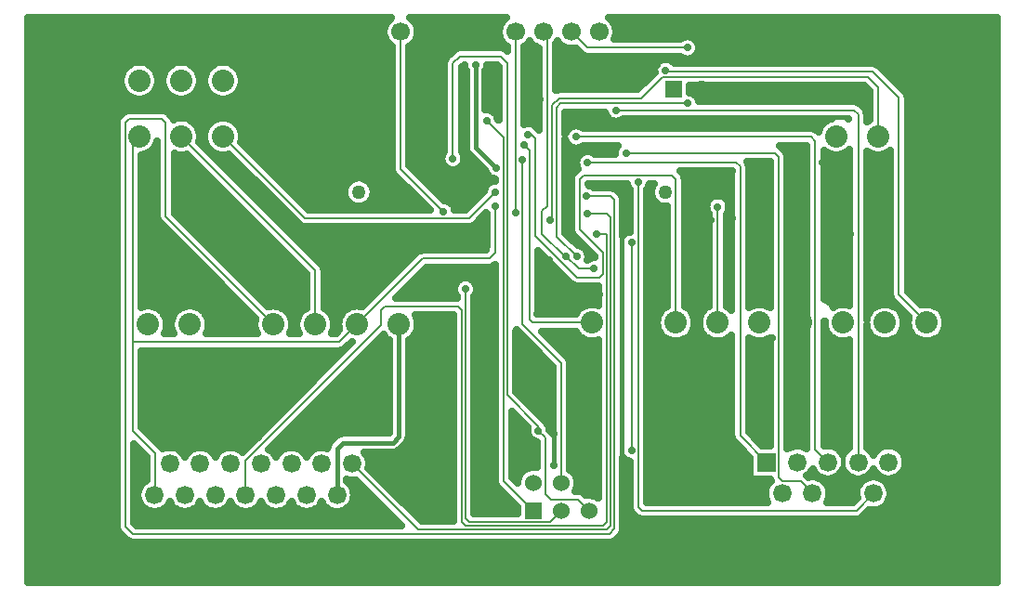
<source format=gbr>
G04 DipTrace 3.1.0.0*
G04 Bottom.gbr*
%MOIN*%
G04 #@! TF.FileFunction,Copper,L2,Bot*
G04 #@! TF.Part,Single*
G04 #@! TA.AperFunction,Conductor*
%ADD13C,0.007874*%
%ADD14C,0.015748*%
G04 #@! TA.AperFunction,CopperBalancing*
%ADD15C,0.025*%
G04 #@! TA.AperFunction,ComponentPad*
%ADD16R,0.062992X0.062992*%
%ADD17C,0.062992*%
%ADD19C,0.05*%
%ADD20R,0.05X0.05*%
%ADD21R,0.066929X0.066929*%
%ADD22C,0.066929*%
%ADD23R,0.066535X0.066535*%
%ADD24C,0.066535*%
%ADD25C,0.188976*%
%ADD26C,0.08*%
%ADD27C,0.187402*%
%ADD28C,0.06*%
%ADD29R,0.06X0.06*%
G04 #@! TA.AperFunction,ViaPad*
%ADD36C,0.027559*%
%FSLAX26Y26*%
G04*
G70*
G90*
G75*
G01*
G04 Bottom*
%LPD*%
X2426724Y1741043D2*
D13*
X2495331D1*
X2509110Y1727264D1*
Y621276D1*
X2495331Y607496D1*
X1817949D1*
X1581951Y843493D1*
X2785469Y2136713D2*
X2329724D1*
X2315945Y2122933D1*
Y1659291D1*
X2387660Y1587576D1*
X2785469Y2336614D2*
X2425787D1*
X2368701Y2393701D1*
X2306402Y837497D2*
D14*
Y950009D1*
X2575180Y1825101D2*
Y1681336D1*
X2550177Y1656333D1*
Y799993D1*
X2562678Y787492D1*
X3056480Y2062626D2*
X3225248D1*
X3250251Y2087629D1*
X3356512D1*
X3362762Y2081378D1*
X3342728Y737209D2*
Y879970D1*
X3344010Y881252D1*
X2584307Y1636811D2*
D13*
Y891906D1*
X2064175Y2075689D2*
X2125547Y2014316D1*
Y781789D1*
X2232436Y674900D1*
X2192323Y1933961D2*
Y1344969D1*
X2332436Y1204856D1*
Y774900D1*
X3468701Y2018689D2*
Y2194213D1*
X3431520Y2231394D1*
X2693942D1*
X2618934Y2156386D1*
X2325154D1*
X2300151Y2131383D1*
Y1719394D1*
X2292323D1*
X2094396Y1768606D2*
Y1600194D1*
X2074366Y1580164D1*
X1836412D1*
X1599949Y1343701D1*
X1536327Y1280079D1*
X793743D1*
Y2043659D1*
X818701Y2018701D1*
X793743Y1280079D2*
Y962510D1*
X875001Y881252D1*
Y731682D1*
X873093D1*
X2094396Y1817819D2*
X2001873Y1725295D1*
X1412106D1*
X1118701Y2018701D1*
X1449949Y1343701D2*
Y1537453D1*
X968701Y2018701D1*
X1200259Y731682D2*
Y856472D1*
X1686323Y1342537D1*
Y1393543D1*
X1700102Y1407323D1*
X1960787D1*
X1974567Y1393543D1*
Y635055D1*
X1988346Y621276D1*
X2481551D1*
X2495331Y635055D1*
Y1666760D1*
X2458224D1*
X2200140Y1987618D2*
X2218892Y1968866D1*
Y1360930D1*
X2229826Y1349997D1*
X2443412D1*
X2893412D2*
X2893457Y1766299D1*
X2212642Y2025122D2*
X2225143D1*
X2237644Y2012621D1*
Y1662584D1*
X2387660Y1512568D1*
X2467840D1*
X2481551Y1526280D1*
Y1601945D1*
X2399169Y1684327D1*
Y1865819D1*
X2412949Y1879598D1*
X2729673D1*
X2743412Y1865860D1*
Y1349997D1*
X2706444Y2256396D2*
Y2250146D1*
X3450272D1*
X3543299Y2157118D1*
Y1450110D1*
X3643412Y1349997D1*
X1943283Y1937894D2*
Y2282323D1*
X1967362Y2306402D1*
X2115248D1*
X2139327Y2282323D1*
Y1090197D1*
X2250146Y979378D1*
Y962510D1*
X2275148Y937508D1*
Y736206D1*
X2296610Y714744D1*
X2392592D1*
X2432436Y674900D1*
X2332436D2*
X2292591Y635055D1*
X2002129D1*
X1988350Y648833D1*
Y1470857D1*
X2168701Y1744984D2*
Y2393701D1*
X2450167Y1543822D2*
X2393911D1*
X2350156Y1587576D1*
X2343906D1*
X2262647Y1668835D1*
Y1750093D1*
X2281399Y1768845D1*
Y2393701D1*
X2268701D1*
X2426724Y1924114D2*
X2960059D1*
X2973840Y1910333D1*
Y945271D1*
X3070091Y849020D1*
X2385390Y2016634D2*
X3229520D1*
X3243299Y2002854D1*
Y893922D1*
X3288201Y849020D1*
X2527654Y2113091D2*
X3383476D1*
X3397256Y2099311D1*
Y849020D1*
X2607929Y1853402D2*
Y689571D1*
X2621709Y675791D1*
X3390366D1*
X3451783Y737209D1*
X2564626Y1959543D2*
X3099421D1*
X3113201Y1945764D1*
Y794102D1*
X3126980Y780323D1*
X3190559D1*
X3233673Y737209D1*
X2422791Y1804035D2*
X2509110D1*
X2522890Y1790256D1*
Y610189D1*
X2505432Y592731D1*
X794734D1*
X768858Y618606D1*
Y2068543D1*
X782638Y2082323D1*
X899791D1*
X913571Y2068543D1*
Y1730078D1*
X1299949Y1343701D1*
X1910243Y1748917D2*
X1756333Y1902827D1*
Y2393911D1*
X1749949Y1343701D2*
D14*
Y941386D1*
X1728291Y919728D1*
X1549077D1*
X1527424Y898075D1*
Y731682D1*
X2097988Y1906398D2*
X2025122Y1979264D1*
Y2275148D1*
D36*
X424954Y2437665D3*
X981262Y1906360D3*
X424954Y424954D3*
X3881567Y2431415D3*
X3887818Y424954D3*
X1243790Y937508D3*
X2212642Y849999D3*
X856249Y1906360D3*
X862500Y1418808D3*
X1050020Y1512568D3*
X1200035Y1337550D3*
X1362552Y1412558D3*
X831247Y1237539D3*
X1518819D3*
X893753Y937508D3*
X2306402Y837497D3*
X818745Y624975D3*
X1406307Y912505D3*
X1643832Y1237539D3*
Y956260D3*
X1825101Y1375054D3*
X1937613D3*
X1818850Y931257D3*
X1925112D3*
X1743843Y624975D3*
X1600077Y762490D3*
X2189678Y997768D3*
X2068877Y1468814D3*
Y668730D3*
Y1062521D3*
X2212642Y1268793D3*
X2306402Y950009D3*
X1591869Y1887597D3*
X1585420Y2125391D3*
X2281399Y1312547D3*
X2418913Y1043769D3*
X2287650Y1575075D3*
X2243895Y1381304D3*
X2468919Y1450062D3*
X1916845Y1898806D3*
X2318903Y2318903D3*
X1834500Y1892163D3*
X1717618Y1892433D3*
X1706984Y1794286D3*
X1981367Y2231394D3*
X1706318Y1683701D3*
X1580954Y1514126D3*
X1576715Y1761219D3*
X1577322Y1659475D3*
X1720853Y1511703D3*
X1920707Y1509281D3*
X2024269Y1645546D3*
X1981367Y2125133D3*
X2062626Y2175138D3*
X2675190Y2275148D3*
X2512673D3*
X2218892Y2325154D3*
Y2237644D3*
X2781451Y2068877D3*
X3362762Y2081378D3*
X3056480Y2062626D3*
X2462668Y2081378D3*
X2356407Y1875106D3*
X2943969Y1893858D3*
Y1725091D3*
X2868961Y1718840D3*
X2256396Y2150135D3*
X2937718Y1400056D3*
X2800203Y1681336D3*
X2650188Y718735D3*
X2962720D3*
X2693942Y1756344D3*
X2800203Y1606328D3*
X2931467D3*
X3037728Y1856354D3*
X3075232Y937508D3*
X3006475Y1056270D3*
X3087734Y1293795D3*
X2575180Y1825101D3*
X3269003Y1925112D3*
X3369013Y1668835D3*
X3344010Y881252D3*
X2426724Y1741043D3*
X2387660Y1587576D3*
X2785469Y2136713D3*
Y2336614D3*
X2584307Y891906D3*
Y1636811D3*
X2064175Y2075689D3*
X2192323Y1933961D3*
X2292323Y1719394D3*
X2094396Y1768606D3*
Y1817819D3*
X2458224Y1666760D3*
X2200140Y1987618D3*
X2893457Y1766299D3*
X2212642Y2025122D3*
X2706444Y2256396D3*
X2250146Y962510D3*
X1943283Y1937894D3*
X1988350Y1470857D3*
X2168701Y1744984D3*
X2450167Y1543822D3*
X2350156Y1587576D3*
X2426724Y1924114D3*
X2385390Y2016634D3*
X2527654Y2113091D3*
X2607929Y1853402D3*
X2564626Y1959543D3*
X2422791Y1804035D3*
X1910243Y1748917D3*
X2025122Y2275148D3*
X2097988Y1906398D3*
X421201Y2418832D2*
D15*
X1699282D1*
X1813364D2*
X2111782D1*
X2525620D2*
X3891225D1*
X421201Y2393963D2*
X1693862D1*
X1818784D2*
X2106264D1*
X2531137D2*
X3891225D1*
X421201Y2369094D2*
X1699233D1*
X1813413D2*
X2111538D1*
X2525864D2*
X2759145D1*
X2811753D2*
X3891225D1*
X421201Y2344226D2*
X1720278D1*
X1792368D2*
X2132338D1*
X2205063D2*
X2232338D1*
X2314292D2*
X2332338D1*
X2827524D2*
X3891225D1*
X421201Y2319357D2*
X1723403D1*
X1789243D2*
X1934780D1*
X2201596D2*
X2248501D1*
X2314292D2*
X2397524D1*
X2824350D2*
X3891225D1*
X421201Y2294488D2*
X1723403D1*
X1789243D2*
X1912905D1*
X2201596D2*
X2248501D1*
X2314292D2*
X2690883D1*
X2722006D2*
X3891225D1*
X421201Y2269619D2*
X773452D1*
X863950D2*
X923452D1*
X1013950D2*
X1073452D1*
X1163950D2*
X1723403D1*
X1789243D2*
X1910366D1*
X2067514D2*
X2106411D1*
X2201596D2*
X2248501D1*
X2314292D2*
X2665883D1*
X3476303D2*
X3891225D1*
X421201Y2244751D2*
X755044D1*
X882358D2*
X905044D1*
X1032358D2*
X1055044D1*
X1182358D2*
X1723403D1*
X1789243D2*
X1910366D1*
X2061997D2*
X2106411D1*
X2201596D2*
X2248501D1*
X2314292D2*
X2661782D1*
X3501206D2*
X3891225D1*
X421201Y2219882D2*
X749721D1*
X1187680D2*
X1723403D1*
X1789243D2*
X1910366D1*
X2061997D2*
X2106411D1*
X2201596D2*
X2248501D1*
X2314292D2*
X2636928D1*
X3526059D2*
X3891225D1*
X421201Y2195013D2*
X754067D1*
X883335D2*
X904067D1*
X1033335D2*
X1054067D1*
X1183335D2*
X1723403D1*
X1789243D2*
X1910366D1*
X2061997D2*
X2106411D1*
X2201596D2*
X2248501D1*
X2314292D2*
X2612026D1*
X2794760D2*
X3422378D1*
X3550913D2*
X3891225D1*
X421201Y2170144D2*
X770766D1*
X866635D2*
X920766D1*
X1016635D2*
X1070766D1*
X1166635D2*
X1723403D1*
X1789243D2*
X1910366D1*
X2061997D2*
X2106411D1*
X2201596D2*
X2248501D1*
X2810434D2*
X3435805D1*
X3573276D2*
X3891225D1*
X421201Y2145276D2*
X1723403D1*
X1789243D2*
X1910366D1*
X2061997D2*
X2106411D1*
X2201596D2*
X2248501D1*
X2827329D2*
X3435805D1*
X3576206D2*
X3891225D1*
X421201Y2120407D2*
X1723403D1*
X1789243D2*
X1910366D1*
X2061997D2*
X2106411D1*
X2201596D2*
X2248501D1*
X3421665D2*
X3435786D1*
X3576206D2*
X3891225D1*
X421201Y2095538D2*
X750356D1*
X932114D2*
X1723403D1*
X1789243D2*
X1910366D1*
X2201596D2*
X2248501D1*
X2348862D2*
X2488930D1*
X3576206D2*
X3891225D1*
X421201Y2070669D2*
X736001D1*
X1012680D2*
X1074721D1*
X1162680D2*
X1723403D1*
X1789243D2*
X1910366D1*
X2201596D2*
X2248501D1*
X2348862D2*
X3274721D1*
X3576206D2*
X3891225D1*
X421201Y2045801D2*
X735952D1*
X1031919D2*
X1055483D1*
X1181919D2*
X1723403D1*
X1789243D2*
X1910366D1*
X3240659D2*
X3255483D1*
X3576206D2*
X3891225D1*
X421201Y2020932D2*
X735952D1*
X1187631D2*
X1723403D1*
X1789243D2*
X1910366D1*
X3576206D2*
X3891225D1*
X421201Y1996063D2*
X735952D1*
X1036850D2*
X1053658D1*
X1186850D2*
X1723403D1*
X1789243D2*
X1910366D1*
X3576206D2*
X3891225D1*
X421201Y1971194D2*
X735952D1*
X867710D2*
X880678D1*
X1211704D2*
X1723403D1*
X1789243D2*
X1910366D1*
X1976206D2*
X1989209D1*
X2348862D2*
X2523598D1*
X3133286D2*
X3210366D1*
X3576206D2*
X3891225D1*
X421201Y1946325D2*
X735952D1*
X826645D2*
X880678D1*
X946469D2*
X995571D1*
X1086606D2*
X1145571D1*
X1236606D2*
X1723403D1*
X1789243D2*
X1901381D1*
X1985141D2*
X2006997D1*
X2348862D2*
X2390639D1*
X3146128D2*
X3210366D1*
X3276206D2*
X3364321D1*
X3430161D2*
X3510366D1*
X3576206D2*
X3891225D1*
X421201Y1921457D2*
X735952D1*
X826645D2*
X880678D1*
X946469D2*
X1020424D1*
X1111460D2*
X1170424D1*
X1261460D2*
X1723403D1*
X1789243D2*
X1904018D1*
X1982553D2*
X2031850D1*
X2348862D2*
X2384047D1*
X3004672D2*
X3080288D1*
X3146128D2*
X3210366D1*
X3276206D2*
X3364321D1*
X3430161D2*
X3510366D1*
X3576206D2*
X3891225D1*
X421201Y1896588D2*
X735952D1*
X826645D2*
X880678D1*
X946469D2*
X1045278D1*
X1136313D2*
X1195278D1*
X1286313D2*
X1724087D1*
X1808090D2*
X2056411D1*
X2348862D2*
X2384438D1*
X3006772D2*
X3080288D1*
X3146128D2*
X3210366D1*
X3276206D2*
X3364321D1*
X3430161D2*
X3510366D1*
X3576206D2*
X3891225D1*
X421201Y1871719D2*
X735952D1*
X826645D2*
X880678D1*
X946469D2*
X1070180D1*
X1161215D2*
X1220180D1*
X1311215D2*
X1741909D1*
X1832944D2*
X2075014D1*
X2348862D2*
X2366811D1*
X2775766D2*
X2940932D1*
X3006772D2*
X3080288D1*
X3146128D2*
X3210366D1*
X3276206D2*
X3364321D1*
X3430161D2*
X3510366D1*
X3576206D2*
X3891225D1*
X421201Y1846850D2*
X735952D1*
X826645D2*
X880678D1*
X946469D2*
X1095034D1*
X1186069D2*
X1245034D1*
X1336069D2*
X1560561D1*
X1651840D2*
X1766811D1*
X1857846D2*
X2063979D1*
X2348862D2*
X2366274D1*
X2432065D2*
X2565688D1*
X2776352D2*
X2940932D1*
X3006772D2*
X3080288D1*
X3146128D2*
X3210366D1*
X3276206D2*
X3364321D1*
X3430161D2*
X3510366D1*
X3576206D2*
X3891225D1*
X421201Y1821982D2*
X735952D1*
X826645D2*
X880678D1*
X946469D2*
X1119887D1*
X1210922D2*
X1269887D1*
X1360922D2*
X1552309D1*
X1660092D2*
X1791665D1*
X1882700D2*
X2051821D1*
X2348862D2*
X2366274D1*
X2536655D2*
X2575014D1*
X2776352D2*
X2940932D1*
X3006772D2*
X3080288D1*
X3146128D2*
X3210366D1*
X3276206D2*
X3364321D1*
X3430161D2*
X3510366D1*
X3576206D2*
X3891225D1*
X421201Y1797113D2*
X735952D1*
X826645D2*
X880678D1*
X946469D2*
X1144790D1*
X1235825D2*
X1294790D1*
X1385825D2*
X1556948D1*
X1655454D2*
X1816518D1*
X1907553D2*
X2028188D1*
X2348862D2*
X2366274D1*
X2555014D2*
X2575014D1*
X2640854D2*
X2656948D1*
X2776352D2*
X2865004D1*
X2921909D2*
X2940964D1*
X3006772D2*
X3080288D1*
X3146128D2*
X3210366D1*
X3276206D2*
X3364321D1*
X3430161D2*
X3510366D1*
X3576206D2*
X3891225D1*
X421201Y1772244D2*
X735952D1*
X826645D2*
X880678D1*
X946469D2*
X1169643D1*
X1260678D2*
X1319643D1*
X1410678D2*
X1581508D1*
X1630893D2*
X1841421D1*
X1945590D2*
X2003286D1*
X2348862D2*
X2366274D1*
X2555796D2*
X2575014D1*
X2640854D2*
X2681508D1*
X2776352D2*
X2851137D1*
X3006772D2*
X3080288D1*
X3146128D2*
X3210366D1*
X3276206D2*
X3364321D1*
X3430161D2*
X3510366D1*
X3576206D2*
X3891225D1*
X421201Y1747375D2*
X735952D1*
X826645D2*
X880678D1*
X946469D2*
X1194497D1*
X1285532D2*
X1344497D1*
X2348862D2*
X2366274D1*
X2555796D2*
X2575014D1*
X2640854D2*
X2710512D1*
X2776352D2*
X2855385D1*
X3006772D2*
X3080288D1*
X3146128D2*
X3210366D1*
X3276206D2*
X3364321D1*
X3430161D2*
X3510366D1*
X3576206D2*
X3891225D1*
X421201Y1722507D2*
X735952D1*
X826645D2*
X881606D1*
X966635D2*
X1219399D1*
X1310434D2*
X1369399D1*
X2044614D2*
X2061489D1*
X2348862D2*
X2366274D1*
X2555796D2*
X2575014D1*
X2640854D2*
X2710512D1*
X2776352D2*
X2860561D1*
X2926352D2*
X2940929D1*
X3006772D2*
X3080288D1*
X3146128D2*
X3210366D1*
X3276206D2*
X3364321D1*
X3430161D2*
X3510366D1*
X3576206D2*
X3891225D1*
X421201Y1697638D2*
X735952D1*
X826645D2*
X900503D1*
X991538D2*
X1244253D1*
X1335288D2*
X1396938D1*
X2017026D2*
X2061489D1*
X2348862D2*
X2366274D1*
X2555796D2*
X2575014D1*
X2640854D2*
X2710512D1*
X2776352D2*
X2860512D1*
X2926352D2*
X2940929D1*
X3006772D2*
X3080288D1*
X3146128D2*
X3210366D1*
X3276206D2*
X3364321D1*
X3430161D2*
X3510366D1*
X3576206D2*
X3891225D1*
X421201Y1672769D2*
X735952D1*
X826645D2*
X925356D1*
X1016391D2*
X1269106D1*
X1360141D2*
X2061489D1*
X2348862D2*
X2368520D1*
X2640854D2*
X2710512D1*
X2776352D2*
X2860512D1*
X2926352D2*
X2940929D1*
X3006772D2*
X3080288D1*
X3146128D2*
X3210366D1*
X3276206D2*
X3364321D1*
X3430161D2*
X3510366D1*
X3576206D2*
X3891225D1*
X421201Y1647900D2*
X735952D1*
X826645D2*
X950258D1*
X1041245D2*
X1294008D1*
X1384995D2*
X2061489D1*
X2372837D2*
X2390060D1*
X2640854D2*
X2710512D1*
X2776352D2*
X2860512D1*
X2926352D2*
X2940929D1*
X3006772D2*
X3080288D1*
X3146128D2*
X3210366D1*
X3276206D2*
X3364321D1*
X3430161D2*
X3510366D1*
X3576206D2*
X3891225D1*
X421201Y1623031D2*
X735952D1*
X826645D2*
X975112D1*
X1066147D2*
X1318862D1*
X1409897D2*
X2061489D1*
X2640854D2*
X2710512D1*
X2776352D2*
X2860512D1*
X2926352D2*
X2940929D1*
X3006772D2*
X3080288D1*
X3146128D2*
X3210366D1*
X3276206D2*
X3364321D1*
X3430161D2*
X3510366D1*
X3576206D2*
X3891225D1*
X421201Y1598163D2*
X735952D1*
X826645D2*
X999965D1*
X1091001D2*
X1343715D1*
X1434751D2*
X1808901D1*
X2640854D2*
X2710512D1*
X2776352D2*
X2860512D1*
X2926352D2*
X2940929D1*
X3006772D2*
X3080288D1*
X3146128D2*
X3210366D1*
X3276206D2*
X3364321D1*
X3430161D2*
X3510366D1*
X3576206D2*
X3891225D1*
X421201Y1573294D2*
X735952D1*
X826645D2*
X1024819D1*
X1115854D2*
X1368569D1*
X1459604D2*
X1784047D1*
X2251792D2*
X2281411D1*
X2640854D2*
X2710512D1*
X2776352D2*
X2860512D1*
X2926352D2*
X2940929D1*
X3006772D2*
X3080288D1*
X3146128D2*
X3210366D1*
X3276206D2*
X3364321D1*
X3430161D2*
X3510366D1*
X3576206D2*
X3891225D1*
X421201Y1548425D2*
X735952D1*
X826645D2*
X1049721D1*
X1140756D2*
X1393471D1*
X1480796D2*
X1759145D1*
X1850180D2*
X2092641D1*
X2251792D2*
X2306264D1*
X2640854D2*
X2710512D1*
X2776352D2*
X2860512D1*
X2926352D2*
X2940929D1*
X3006772D2*
X3080288D1*
X3146128D2*
X3210366D1*
X3276206D2*
X3364321D1*
X3430161D2*
X3510366D1*
X3576206D2*
X3891225D1*
X421201Y1523556D2*
X735952D1*
X826645D2*
X1074575D1*
X1165610D2*
X1417055D1*
X1482846D2*
X1734292D1*
X1825327D2*
X2092641D1*
X2251792D2*
X2331167D1*
X2640854D2*
X2710512D1*
X2776352D2*
X2860512D1*
X2926352D2*
X2940929D1*
X3006772D2*
X3080288D1*
X3146128D2*
X3210366D1*
X3276206D2*
X3364321D1*
X3430161D2*
X3510366D1*
X3576206D2*
X3891225D1*
X421201Y1498688D2*
X735952D1*
X826645D2*
X1099428D1*
X1190463D2*
X1417055D1*
X1482846D2*
X1709438D1*
X1800473D2*
X1956753D1*
X2019956D2*
X2092641D1*
X2251792D2*
X2356020D1*
X2640854D2*
X2710512D1*
X2776352D2*
X2860512D1*
X2926352D2*
X2940929D1*
X3006772D2*
X3080288D1*
X3146128D2*
X3210366D1*
X3276206D2*
X3364321D1*
X3430161D2*
X3510366D1*
X3576206D2*
X3891225D1*
X421201Y1473819D2*
X735952D1*
X826645D2*
X1124331D1*
X1215366D2*
X1417055D1*
X1482846D2*
X1684536D1*
X1775571D2*
X1945669D1*
X2030991D2*
X2092641D1*
X2251792D2*
X2462417D1*
X2640854D2*
X2710512D1*
X2776352D2*
X2860512D1*
X2926352D2*
X2940929D1*
X3006772D2*
X3080288D1*
X3146128D2*
X3210366D1*
X3276206D2*
X3364321D1*
X3430161D2*
X3510366D1*
X3576206D2*
X3891225D1*
X421201Y1448950D2*
X735952D1*
X826645D2*
X1149184D1*
X1240219D2*
X1417055D1*
X1482846D2*
X1659682D1*
X1750717D2*
X1952065D1*
X2024643D2*
X2092641D1*
X2251792D2*
X2462417D1*
X2640854D2*
X2710512D1*
X2776352D2*
X2860512D1*
X2926352D2*
X2940929D1*
X3006772D2*
X3080288D1*
X3146128D2*
X3210366D1*
X3276206D2*
X3364321D1*
X3430161D2*
X3510415D1*
X3590024D2*
X3891225D1*
X421201Y1424081D2*
X735952D1*
X826645D2*
X1174038D1*
X1265073D2*
X1417055D1*
X1482846D2*
X1634829D1*
X2021274D2*
X2092641D1*
X2251792D2*
X2462417D1*
X2640854D2*
X2710512D1*
X2776352D2*
X2860512D1*
X2926352D2*
X2940929D1*
X3006772D2*
X3080288D1*
X3146128D2*
X3210366D1*
X3298081D2*
X3364321D1*
X3430161D2*
X3523891D1*
X3614926D2*
X3891225D1*
X421201Y1399213D2*
X735952D1*
X889047D2*
X960854D1*
X1039047D2*
X1198940D1*
X1339047D2*
X1410854D1*
X1489047D2*
X1560854D1*
X2021274D2*
X2092641D1*
X2251792D2*
X2396206D1*
X2640854D2*
X2696206D1*
X2790610D2*
X2846206D1*
X3146128D2*
X3210366D1*
X3430161D2*
X3446206D1*
X3690610D2*
X3891225D1*
X421201Y1374344D2*
X735952D1*
X911460D2*
X938442D1*
X1061460D2*
X1223794D1*
X1361460D2*
X1388442D1*
X1511460D2*
X1538442D1*
X1811460D2*
X1941665D1*
X2021274D2*
X2092641D1*
X2640854D2*
X2679018D1*
X2807797D2*
X2829018D1*
X3146128D2*
X3210366D1*
X3557797D2*
X3573598D1*
X3707797D2*
X3891225D1*
X421201Y1349475D2*
X735952D1*
X918686D2*
X931215D1*
X1068686D2*
X1231215D1*
X1368686D2*
X1381215D1*
X1518686D2*
X1531215D1*
X1818686D2*
X1941665D1*
X2021274D2*
X2092641D1*
X2640854D2*
X2674428D1*
X3146128D2*
X3210366D1*
X3712387D2*
X3891225D1*
X421201Y1324606D2*
X735952D1*
X916147D2*
X933754D1*
X1066147D2*
X1233754D1*
X1366147D2*
X1383754D1*
X1516147D2*
X1533754D1*
X1816147D2*
X1941665D1*
X2021274D2*
X2092641D1*
X2640854D2*
X2679458D1*
X2807358D2*
X2829458D1*
X3146128D2*
X3210366D1*
X3557358D2*
X3579458D1*
X3707358D2*
X3891225D1*
X421201Y1299738D2*
X735952D1*
X1802329D2*
X1941665D1*
X2021274D2*
X2092641D1*
X2172251D2*
X2192055D1*
X2283090D2*
X2397378D1*
X2640854D2*
X2697378D1*
X2789438D2*
X2847378D1*
X3146128D2*
X3210366D1*
X3276206D2*
X3297378D1*
X3430161D2*
X3447378D1*
X3539438D2*
X3597378D1*
X3689438D2*
X3891225D1*
X421201Y1274869D2*
X735952D1*
X1664194D2*
X1713100D1*
X1786801D2*
X1941665D1*
X2021274D2*
X2092641D1*
X2172251D2*
X2216909D1*
X2307944D2*
X2462417D1*
X2640854D2*
X2940932D1*
X3006772D2*
X3080288D1*
X3146128D2*
X3210366D1*
X3276206D2*
X3364321D1*
X3430161D2*
X3891225D1*
X421201Y1250000D2*
X735952D1*
X1639292D2*
X1713100D1*
X1786801D2*
X1941665D1*
X2021274D2*
X2092641D1*
X2172251D2*
X2241762D1*
X2332797D2*
X2462417D1*
X2640854D2*
X2940932D1*
X3006772D2*
X3080288D1*
X3146128D2*
X3210366D1*
X3276206D2*
X3364321D1*
X3430161D2*
X3891225D1*
X421201Y1225131D2*
X735952D1*
X826645D2*
X1523403D1*
X1614438D2*
X1713100D1*
X1786801D2*
X1941665D1*
X2021274D2*
X2092641D1*
X2172251D2*
X2266665D1*
X2357602D2*
X2462417D1*
X2640854D2*
X2940932D1*
X3006772D2*
X3080288D1*
X3146128D2*
X3210366D1*
X3276206D2*
X3364321D1*
X3430161D2*
X3891225D1*
X421201Y1200262D2*
X735952D1*
X826645D2*
X1498549D1*
X1589585D2*
X1713100D1*
X1786801D2*
X1941665D1*
X2021274D2*
X2092641D1*
X2172251D2*
X2291518D1*
X2365366D2*
X2462417D1*
X2640854D2*
X2940932D1*
X3006772D2*
X3080288D1*
X3146128D2*
X3210366D1*
X3276206D2*
X3364321D1*
X3430161D2*
X3891225D1*
X421201Y1175394D2*
X735952D1*
X826645D2*
X1473647D1*
X1564682D2*
X1713100D1*
X1786801D2*
X1941665D1*
X2021274D2*
X2092641D1*
X2172251D2*
X2299526D1*
X2365366D2*
X2462417D1*
X2640854D2*
X2940932D1*
X3006772D2*
X3080288D1*
X3146128D2*
X3210366D1*
X3276206D2*
X3364321D1*
X3430161D2*
X3891225D1*
X421201Y1150525D2*
X735952D1*
X826645D2*
X1448794D1*
X1539829D2*
X1713100D1*
X1786801D2*
X1941665D1*
X2021274D2*
X2092641D1*
X2172251D2*
X2299526D1*
X2365366D2*
X2462417D1*
X2640854D2*
X2940932D1*
X3006772D2*
X3080288D1*
X3146128D2*
X3210366D1*
X3276206D2*
X3364321D1*
X3430161D2*
X3891225D1*
X421201Y1125656D2*
X735952D1*
X826645D2*
X1423940D1*
X1514975D2*
X1713100D1*
X1786801D2*
X1941665D1*
X2021274D2*
X2092641D1*
X2172251D2*
X2299526D1*
X2365366D2*
X2462417D1*
X2640854D2*
X2940932D1*
X3006772D2*
X3080288D1*
X3146128D2*
X3210366D1*
X3276206D2*
X3364321D1*
X3430161D2*
X3891225D1*
X421201Y1100787D2*
X735952D1*
X826645D2*
X1399038D1*
X1490073D2*
X1713100D1*
X1786801D2*
X1941665D1*
X2021274D2*
X2092641D1*
X2174253D2*
X2299526D1*
X2365366D2*
X2462417D1*
X2640854D2*
X2940932D1*
X3006772D2*
X3080288D1*
X3146128D2*
X3210366D1*
X3276206D2*
X3364321D1*
X3430161D2*
X3891225D1*
X421201Y1075919D2*
X735952D1*
X826645D2*
X1374184D1*
X1465219D2*
X1713100D1*
X1786801D2*
X1941665D1*
X2021274D2*
X2092641D1*
X2199106D2*
X2299526D1*
X2365366D2*
X2462417D1*
X2640854D2*
X2940932D1*
X3006772D2*
X3080288D1*
X3146128D2*
X3210366D1*
X3276206D2*
X3364321D1*
X3430161D2*
X3891225D1*
X421201Y1051050D2*
X735952D1*
X826645D2*
X1349331D1*
X1440366D2*
X1713100D1*
X1786801D2*
X1941665D1*
X2021274D2*
X2092641D1*
X2224008D2*
X2299526D1*
X2365366D2*
X2462417D1*
X2640854D2*
X2940932D1*
X3006772D2*
X3080288D1*
X3146128D2*
X3210366D1*
X3276206D2*
X3364321D1*
X3430161D2*
X3891225D1*
X421201Y1026181D2*
X735952D1*
X826645D2*
X1324428D1*
X1415463D2*
X1713100D1*
X1786801D2*
X1941665D1*
X2021274D2*
X2092641D1*
X2248862D2*
X2299526D1*
X2365366D2*
X2462417D1*
X2640854D2*
X2940932D1*
X3006772D2*
X3080288D1*
X3146128D2*
X3210366D1*
X3276206D2*
X3364321D1*
X3430161D2*
X3891225D1*
X421201Y1001312D2*
X735952D1*
X826645D2*
X1299575D1*
X1390610D2*
X1713100D1*
X1786801D2*
X1941665D1*
X2021274D2*
X2092641D1*
X2158481D2*
X2182680D1*
X2273715D2*
X2299526D1*
X2365366D2*
X2462417D1*
X2640854D2*
X2940932D1*
X3006772D2*
X3080288D1*
X3146128D2*
X3210366D1*
X3276206D2*
X3364321D1*
X3430161D2*
X3891225D1*
X421201Y976444D2*
X735952D1*
X826645D2*
X1274721D1*
X1365756D2*
X1713100D1*
X1786801D2*
X1941665D1*
X2021274D2*
X2092641D1*
X2158481D2*
X2207583D1*
X2365366D2*
X2462417D1*
X2640854D2*
X2940932D1*
X3006772D2*
X3080288D1*
X3146128D2*
X3210366D1*
X3276206D2*
X3364321D1*
X3430161D2*
X3891225D1*
X421201Y951575D2*
X735952D1*
X850180D2*
X1249868D1*
X1340854D2*
X1533706D1*
X1786801D2*
X1941665D1*
X2021274D2*
X2092641D1*
X2158481D2*
X2208901D1*
X2365366D2*
X2462417D1*
X2640854D2*
X2940932D1*
X3013071D2*
X3080288D1*
X3146128D2*
X3210366D1*
X3276206D2*
X3364321D1*
X3430161D2*
X3891225D1*
X421201Y926706D2*
X735952D1*
X875083D2*
X1224965D1*
X1316001D2*
X1504995D1*
X1783530D2*
X1941665D1*
X2021274D2*
X2092641D1*
X2158481D2*
X2229213D1*
X2365366D2*
X2462417D1*
X2640854D2*
X2947231D1*
X3037924D2*
X3080288D1*
X3146128D2*
X3210366D1*
X3276206D2*
X3364321D1*
X3430161D2*
X3891225D1*
X421201Y901837D2*
X735952D1*
X943051D2*
X1021254D1*
X1052085D2*
X1130288D1*
X1161167D2*
X1200112D1*
X1291147D2*
X1348403D1*
X1379282D2*
X1457485D1*
X1761460D2*
X1941665D1*
X2021274D2*
X2092641D1*
X2158481D2*
X2242251D1*
X2365366D2*
X2462417D1*
X2640854D2*
X2971743D1*
X3318637D2*
X3364321D1*
X3430161D2*
X3475844D1*
X3536753D2*
X3891225D1*
X421201Y876969D2*
X735952D1*
X801792D2*
X833754D1*
X1633969D2*
X1941665D1*
X2021274D2*
X2092641D1*
X2158481D2*
X2242251D1*
X2365366D2*
X2462417D1*
X2640854D2*
X2996645D1*
X3561655D2*
X3891225D1*
X421201Y852100D2*
X735952D1*
X801792D2*
X842104D1*
X1643588D2*
X1941665D1*
X2021274D2*
X2092641D1*
X2158481D2*
X2242251D1*
X2365366D2*
X2462417D1*
X2555796D2*
X2575014D1*
X2640854D2*
X3007827D1*
X3568491D2*
X3891225D1*
X421201Y827231D2*
X735952D1*
X801792D2*
X842104D1*
X1643735D2*
X1941665D1*
X2021274D2*
X2092641D1*
X2158481D2*
X2208657D1*
X2365366D2*
X2462417D1*
X2555796D2*
X2575014D1*
X2640854D2*
X3007827D1*
X3564438D2*
X3891225D1*
X421201Y802362D2*
X735952D1*
X801792D2*
X842104D1*
X1668588D2*
X1941665D1*
X2021274D2*
X2092641D1*
X2158481D2*
X2180581D1*
X2384311D2*
X2462417D1*
X2555796D2*
X2575014D1*
X2640854D2*
X3007827D1*
X3218979D2*
X3248354D1*
X3328061D2*
X3357436D1*
X3437094D2*
X3466469D1*
X3546128D2*
X3891225D1*
X421201Y777493D2*
X735952D1*
X801792D2*
X832241D1*
X1568296D2*
X1602407D1*
X1693442D2*
X1941665D1*
X2021274D2*
X2092934D1*
X2391391D2*
X2462417D1*
X2555796D2*
X2575014D1*
X2640854D2*
X3077993D1*
X3280307D2*
X3405141D1*
X3498422D2*
X3891225D1*
X421201Y752625D2*
X735952D1*
X801792D2*
X814647D1*
X1585874D2*
X1627309D1*
X1718344D2*
X1941665D1*
X2021274D2*
X2109194D1*
X2386850D2*
X2462417D1*
X2555796D2*
X2575014D1*
X2640854D2*
X3064370D1*
X3293930D2*
X3391567D1*
X3511997D2*
X3891225D1*
X421201Y727756D2*
X735952D1*
X1589536D2*
X1652163D1*
X1743198D2*
X1941665D1*
X2021274D2*
X2134047D1*
X2555796D2*
X2575014D1*
X2640854D2*
X3063100D1*
X3295200D2*
X3390297D1*
X3513315D2*
X3891225D1*
X421201Y702887D2*
X735952D1*
X801792D2*
X818227D1*
X1582309D2*
X1677016D1*
X1768051D2*
X1941665D1*
X2021274D2*
X2158950D1*
X2555796D2*
X2575014D1*
X3503208D2*
X3891225D1*
X421201Y678018D2*
X735952D1*
X801792D2*
X844301D1*
X901889D2*
X953335D1*
X1010922D2*
X1062417D1*
X1120004D2*
X1171450D1*
X1229038D2*
X1280532D1*
X1338120D2*
X1389565D1*
X1447153D2*
X1498647D1*
X1556235D2*
X1701919D1*
X1792905D2*
X1941665D1*
X2021274D2*
X2173452D1*
X2555796D2*
X2577309D1*
X3462534D2*
X3891225D1*
X421201Y653150D2*
X735952D1*
X801792D2*
X1726772D1*
X1817807D2*
X1941665D1*
X2555796D2*
X2598891D1*
X3413169D2*
X3891225D1*
X421201Y628281D2*
X735952D1*
X804721D2*
X1751626D1*
X2555796D2*
X3891225D1*
X421201Y603412D2*
X740004D1*
X2555063D2*
X3891225D1*
X421201Y578543D2*
X763393D1*
X2536753D2*
X3891225D1*
X421201Y553675D2*
X3891225D1*
X421201Y528806D2*
X3891225D1*
X421201Y503937D2*
X3891225D1*
X421201Y479068D2*
X3891225D1*
X421201Y454199D2*
X3891225D1*
X421201Y429331D2*
X3891225D1*
X2792274Y2201004D2*
Y2176394D1*
X2797913Y2175013D1*
X2803751Y2172595D1*
X2809140Y2169293D1*
X2813945Y2165189D1*
X2818049Y2160384D1*
X2821351Y2154996D1*
X2823769Y2149157D1*
X2825146Y2143509D1*
X3385864Y2143426D1*
X3392880Y2142030D1*
X3399376Y2139036D1*
X3404993Y2134607D1*
X3405215Y2134367D1*
X3420394Y2119073D1*
X3424369Y2113126D1*
X3426844Y2106415D1*
X3427685Y2099311D1*
X3427672Y2098985D1*
X3427685Y2071040D1*
X3433959Y2075383D1*
X3438283Y2077805D1*
X3438272Y2181642D1*
X3418907Y2200973D1*
X2792311Y2200965D1*
X1657534Y1814661D2*
X1656270Y1806680D1*
X1653773Y1798996D1*
X1650105Y1791796D1*
X1645356Y1785259D1*
X1639642Y1779546D1*
X1633105Y1774797D1*
X1625906Y1771128D1*
X1618221Y1768631D1*
X1610241Y1767367D1*
X1602161D1*
X1594180Y1768631D1*
X1586496Y1771128D1*
X1579296Y1774797D1*
X1572759Y1779546D1*
X1567046Y1785259D1*
X1562297Y1791796D1*
X1558628Y1798996D1*
X1556131Y1806680D1*
X1554867Y1814661D1*
Y1822741D1*
X1556131Y1830721D1*
X1558628Y1838406D1*
X1562297Y1845605D1*
X1567046Y1852142D1*
X1572759Y1857856D1*
X1579296Y1862605D1*
X1586496Y1866273D1*
X1594180Y1868770D1*
X1602161Y1870034D1*
X1610241D1*
X1618221Y1868770D1*
X1625906Y1866273D1*
X1633105Y1862605D1*
X1639642Y1857856D1*
X1645356Y1852142D1*
X1650105Y1845605D1*
X1653773Y1838406D1*
X1656270Y1830721D1*
X1657534Y1822741D1*
Y1814661D1*
X2713017Y1767696D2*
X2706201Y1767209D1*
X2698146Y1767843D1*
X2690289Y1769729D1*
X2682824Y1772821D1*
X2675934Y1777043D1*
X2669790Y1782290D1*
X2664543Y1788434D1*
X2660321Y1795324D1*
X2657229Y1802789D1*
X2655343Y1810646D1*
X2654709Y1818701D1*
X2655343Y1826756D1*
X2657229Y1834613D1*
X2660321Y1842078D1*
X2664709Y1849178D1*
X2647984Y1849169D1*
X2646230Y1840957D1*
X2643811Y1835119D1*
X2640510Y1829730D1*
X2638342Y1827020D1*
X2638358Y706185D1*
X3073515Y706221D1*
X3069407Y714340D1*
X3066509Y723258D1*
X3065042Y732520D1*
Y741898D1*
X3066509Y751160D1*
X3069407Y760078D1*
X3073664Y768433D1*
X3079176Y776020D1*
X3085228Y782116D1*
X3083534Y787392D1*
X3079850Y789260D1*
X3010331D1*
Y865774D1*
X2950701Y925508D1*
X2946727Y931456D1*
X2944251Y938167D1*
X2943411Y945270D1*
X2943424Y945597D1*
X2943411Y1306159D1*
X2936595Y1299436D1*
X2928154Y1293303D1*
X2918858Y1288566D1*
X2908934Y1285342D1*
X2898629Y1283710D1*
X2888195D1*
X2877890Y1285342D1*
X2867967Y1288566D1*
X2858670Y1293303D1*
X2850229Y1299436D1*
X2842851Y1306814D1*
X2836718Y1315255D1*
X2831981Y1324551D1*
X2828757Y1334474D1*
X2827125Y1344780D1*
Y1355214D1*
X2828757Y1365519D1*
X2831981Y1375442D1*
X2836718Y1384739D1*
X2842851Y1393180D1*
X2850229Y1400558D1*
X2858670Y1406691D1*
X2863030Y1409132D1*
X2862834Y1740145D1*
X2859119Y1745257D1*
X2856251Y1750888D1*
X2854298Y1756898D1*
X2853309Y1763140D1*
Y1769459D1*
X2854298Y1775700D1*
X2856251Y1781711D1*
X2859119Y1787341D1*
X2862834Y1792454D1*
X2867302Y1796922D1*
X2872415Y1800636D1*
X2878045Y1803505D1*
X2884055Y1805458D1*
X2890297Y1806447D1*
X2896616D1*
X2902858Y1805458D1*
X2908868Y1803505D1*
X2914499Y1800636D1*
X2919611Y1796922D1*
X2924079Y1792454D1*
X2927794Y1787341D1*
X2930663Y1781711D1*
X2932616Y1775700D1*
X2933604Y1769459D1*
Y1763140D1*
X2932616Y1756898D1*
X2930663Y1750888D1*
X2927794Y1745257D1*
X2923870Y1739918D1*
X2923864Y1409120D1*
X2932495Y1403790D1*
X2940429Y1397014D1*
X2943433Y1393764D1*
X2943411Y1893659D1*
X2758644Y1893685D1*
X2768050Y1883726D1*
X2771545Y1877485D1*
X2773486Y1870600D1*
X2773861Y1865840D1*
Y1409150D1*
X2782495Y1403790D1*
X2790429Y1397014D1*
X2797205Y1389080D1*
X2802657Y1380184D1*
X2806650Y1370544D1*
X2809086Y1360398D1*
X2809904Y1349997D1*
X2809086Y1339595D1*
X2806650Y1329450D1*
X2802657Y1319810D1*
X2797205Y1310914D1*
X2790429Y1302980D1*
X2782495Y1296203D1*
X2773599Y1290752D1*
X2763959Y1286759D1*
X2753814Y1284323D1*
X2743412Y1283505D1*
X2733010Y1284323D1*
X2722865Y1286759D1*
X2713225Y1290752D1*
X2704329Y1296203D1*
X2696395Y1302980D1*
X2689619Y1310914D1*
X2684167Y1319810D1*
X2680174Y1329450D1*
X2677739Y1339595D1*
X2676920Y1349997D1*
X2677739Y1360398D1*
X2680174Y1370544D1*
X2684167Y1380184D1*
X2689619Y1389080D1*
X2696395Y1397014D1*
X2704329Y1403790D1*
X2713030Y1409132D1*
X2713003Y1767669D1*
X2218668Y2360646D2*
X2214292Y2354762D1*
X2207640Y2348109D1*
X2199114Y2342067D1*
X2199130Y2063086D1*
X2206342Y2064898D1*
X2212642Y2065394D1*
X2218942Y2064898D1*
X2225086Y2063423D1*
X2230925Y2061004D1*
X2236313Y2057702D1*
X2241118Y2053598D1*
X2245222Y2048793D1*
X2249160Y2044138D1*
X2250986Y2042312D1*
X2250970Y2336472D1*
X2241481Y2340279D1*
X2233459Y2345195D1*
X2226305Y2351305D1*
X2220195Y2358459D1*
X2218734Y2360646D1*
X2318668D2*
X2314292Y2354762D1*
X2311808Y2352075D1*
X2311828Y2183691D1*
X2318050Y2185974D1*
X2325154Y2186815D1*
X2606355D1*
X2667127Y2247612D1*
X2666172Y2256396D1*
X2666668Y2262696D1*
X2668143Y2268841D1*
X2670561Y2274679D1*
X2673863Y2280067D1*
X2677967Y2284873D1*
X2682772Y2288977D1*
X2688161Y2292279D1*
X2693999Y2294697D1*
X2700144Y2296172D1*
X2706444Y2296668D1*
X2712743Y2296172D1*
X2718888Y2294697D1*
X2724727Y2292279D1*
X2730115Y2288977D1*
X2734920Y2284873D1*
X2738634Y2280562D1*
X3452659Y2280481D1*
X3459675Y2279086D1*
X3466171Y2276091D1*
X3471788Y2271662D1*
X3472010Y2271423D1*
X3566438Y2176880D1*
X3570412Y2170933D1*
X3572888Y2164222D1*
X3573728Y2157118D1*
X3573716Y2156792D1*
X3573728Y1462733D1*
X3623201Y1413307D1*
X3633010Y1415670D1*
X3643412Y1416489D1*
X3653814Y1415670D1*
X3663959Y1413234D1*
X3673599Y1409242D1*
X3682495Y1403790D1*
X3690429Y1397014D1*
X3697205Y1389080D1*
X3702657Y1380184D1*
X3706650Y1370544D1*
X3709086Y1360398D1*
X3709904Y1349997D1*
X3709086Y1339595D1*
X3706650Y1329450D1*
X3702657Y1319810D1*
X3697205Y1310914D1*
X3690429Y1302980D1*
X3682495Y1296203D1*
X3673599Y1290752D1*
X3663959Y1286759D1*
X3653814Y1284323D1*
X3643412Y1283505D1*
X3633010Y1284323D1*
X3622865Y1286759D1*
X3613225Y1290752D1*
X3604329Y1296203D1*
X3596395Y1302980D1*
X3589619Y1310914D1*
X3584167Y1319810D1*
X3580174Y1329450D1*
X3577739Y1339595D1*
X3576920Y1349997D1*
X3577739Y1360398D1*
X3580113Y1370328D1*
X3520161Y1430412D1*
X3516187Y1436360D1*
X3513711Y1443071D1*
X3512870Y1450175D1*
X3512883Y1450501D1*
X3512870Y1968973D1*
X3503443Y1961996D1*
X3494146Y1957259D1*
X3484223Y1954035D1*
X3473918Y1952402D1*
X3463484D1*
X3453179Y1954035D1*
X3443255Y1957259D1*
X3433959Y1961996D1*
X3427680Y1966424D1*
X3427739Y1360398D1*
X3430174Y1370544D1*
X3434167Y1380184D1*
X3439619Y1389080D1*
X3446395Y1397014D1*
X3454329Y1403790D1*
X3463225Y1409242D1*
X3472865Y1413234D1*
X3483010Y1415670D1*
X3493412Y1416489D1*
X3503814Y1415670D1*
X3513959Y1413234D1*
X3523599Y1409242D1*
X3532495Y1403790D1*
X3540429Y1397014D1*
X3547205Y1389080D1*
X3552657Y1380184D1*
X3556650Y1370544D1*
X3559086Y1360398D1*
X3559904Y1349997D1*
X3559086Y1339595D1*
X3556650Y1329450D1*
X3552657Y1319810D1*
X3547205Y1310914D1*
X3540429Y1302980D1*
X3532495Y1296203D1*
X3523599Y1290752D1*
X3513959Y1286759D1*
X3503814Y1284323D1*
X3493412Y1283505D1*
X3483010Y1284323D1*
X3472865Y1286759D1*
X3463225Y1290752D1*
X3454329Y1296203D1*
X3446395Y1302980D1*
X3439619Y1310914D1*
X3434167Y1319810D1*
X3430174Y1329450D1*
X3427674Y1340142D1*
X3427685Y900434D1*
X3436067Y894462D1*
X3442698Y887831D1*
X3448210Y880244D1*
X3451753Y873437D1*
X3455357Y880244D1*
X3460869Y887831D1*
X3467500Y894462D1*
X3475087Y899974D1*
X3483442Y904231D1*
X3492360Y907129D1*
X3501622Y908596D1*
X3511000D1*
X3520262Y907129D1*
X3529180Y904231D1*
X3537535Y899974D1*
X3545122Y894462D1*
X3551753Y887831D1*
X3557265Y880244D1*
X3561522Y871889D1*
X3564420Y862971D1*
X3565887Y853709D1*
Y844331D1*
X3564420Y835069D1*
X3561522Y826151D1*
X3557265Y817796D1*
X3551753Y810209D1*
X3545122Y803578D1*
X3537535Y798066D1*
X3529180Y793809D1*
X3520262Y790911D1*
X3511000Y789444D1*
X3501622D1*
X3492360Y790911D1*
X3483442Y793809D1*
X3475087Y798066D1*
X3467500Y803578D1*
X3460869Y810209D1*
X3455357Y817796D1*
X3451814Y824603D1*
X3448210Y817796D1*
X3442698Y810209D1*
X3436067Y803578D1*
X3428480Y798066D1*
X3420125Y793809D1*
X3411207Y790911D1*
X3401945Y789444D1*
X3392567D1*
X3383305Y790911D1*
X3374387Y793809D1*
X3366031Y798066D1*
X3358445Y803578D1*
X3351814Y810209D1*
X3346302Y817796D1*
X3342759Y824603D1*
X3339154Y817796D1*
X3333643Y810209D1*
X3327012Y803578D1*
X3319425Y798066D1*
X3311070Y793809D1*
X3302151Y790911D1*
X3292889Y789444D1*
X3283512D1*
X3274250Y790911D1*
X3265332Y793809D1*
X3256976Y798066D1*
X3249390Y803578D1*
X3242759Y810209D1*
X3237247Y817796D1*
X3233704Y824603D1*
X3230099Y817796D1*
X3224587Y810209D1*
X3217957Y803578D1*
X3213647Y800256D1*
X3219723Y795318D1*
X3228985Y796785D1*
X3238362D1*
X3247624Y795318D1*
X3256542Y792420D1*
X3264898Y788163D1*
X3272484Y782651D1*
X3279115Y776020D1*
X3284627Y768433D1*
X3288884Y760078D1*
X3291782Y751160D1*
X3293249Y741898D1*
Y732520D1*
X3291782Y723258D1*
X3288884Y714340D1*
X3284743Y706193D1*
X3377812Y706221D1*
X3393881Y722340D1*
X3392208Y732520D1*
Y741898D1*
X3393675Y751160D1*
X3396573Y760078D1*
X3400830Y768433D1*
X3406342Y776020D1*
X3412973Y782651D1*
X3420559Y788163D1*
X3428914Y792420D1*
X3437833Y795318D1*
X3447095Y796785D1*
X3456472D1*
X3465734Y795318D1*
X3474653Y792420D1*
X3483008Y788163D1*
X3490594Y782651D1*
X3497225Y776020D1*
X3502737Y768433D1*
X3506994Y760078D1*
X3509892Y751160D1*
X3511359Y741898D1*
Y732520D1*
X3509892Y723258D1*
X3506994Y714340D1*
X3502737Y705985D1*
X3497225Y698398D1*
X3490594Y691767D1*
X3483008Y686255D1*
X3474653Y681998D1*
X3465734Y679100D1*
X3456472Y677633D1*
X3447095D1*
X3436933Y679354D1*
X3410128Y652653D1*
X3404181Y648679D1*
X3397470Y646203D1*
X3390366Y645362D1*
X3390040Y645375D1*
X2619321Y645456D1*
X2612306Y646851D1*
X2605809Y649846D1*
X2600192Y654275D1*
X2584790Y669811D1*
X2580816Y675759D1*
X2578340Y682470D1*
X2577500Y689574D1*
Y852219D1*
X2571862Y853605D1*
X2566024Y856023D1*
X2560636Y859325D1*
X2555831Y863429D1*
X2553310Y866226D1*
X2553225Y607802D1*
X2551830Y600786D1*
X2548835Y594290D1*
X2544406Y588672D1*
X2544167Y588451D1*
X2525194Y569592D1*
X2519246Y565618D1*
X2512535Y563143D1*
X2505432Y562302D1*
X2505105Y562315D1*
X792346Y562396D1*
X785330Y563791D1*
X778834Y566786D1*
X773217Y571214D1*
X772995Y571454D1*
X745720Y598844D1*
X741746Y604792D1*
X739270Y611503D1*
X738429Y618606D1*
X738442Y618933D1*
X738523Y2070931D1*
X739918Y2077946D1*
X742913Y2084443D1*
X747342Y2090060D1*
X747581Y2090282D1*
X762876Y2105461D1*
X768823Y2109435D1*
X775534Y2111911D1*
X782638Y2112752D1*
X782964Y2112739D1*
X902179Y2112658D1*
X909194Y2111263D1*
X915691Y2108268D1*
X921308Y2103840D1*
X921530Y2103600D1*
X936709Y2088306D1*
X940684Y2082358D1*
X941823Y2079812D1*
X953179Y2083356D1*
X963484Y2084988D1*
X973918D1*
X984223Y2083356D1*
X994146Y2080132D1*
X1003443Y2075395D1*
X1011884Y2069262D1*
X1019262Y2061884D1*
X1025395Y2053443D1*
X1030132Y2044146D1*
X1033356Y2034223D1*
X1034988Y2023918D1*
Y2013484D1*
X1033356Y2003179D1*
X1032011Y1998409D1*
X1473087Y1557215D1*
X1477061Y1551267D1*
X1479537Y1544556D1*
X1480378Y1537453D1*
X1480365Y1537126D1*
X1480378Y1402834D1*
X1489032Y1397494D1*
X1496966Y1390718D1*
X1503742Y1382784D1*
X1509193Y1373888D1*
X1513186Y1364248D1*
X1515622Y1354102D1*
X1516441Y1343701D1*
X1515622Y1333299D1*
X1513186Y1323154D1*
X1509193Y1313514D1*
X1507509Y1310507D1*
X1523772Y1310508D1*
X1536596Y1323382D1*
X1534275Y1333299D1*
X1533456Y1343701D1*
X1534275Y1354102D1*
X1536711Y1364248D1*
X1540704Y1373888D1*
X1546155Y1382784D1*
X1552932Y1390718D1*
X1560865Y1397494D1*
X1569762Y1402946D1*
X1579401Y1406939D1*
X1589547Y1409374D1*
X1599949Y1410193D1*
X1610350Y1409374D1*
X1620241Y1407011D1*
X1816650Y1603303D1*
X1822597Y1607277D1*
X1829309Y1609753D1*
X1836412Y1610593D1*
X1836738Y1610580D1*
X2061754Y1610593D1*
X2063967Y1625194D1*
X2063774Y1742452D1*
X2062880Y1743269D1*
X2021635Y1702157D1*
X2015687Y1698183D1*
X2008976Y1695707D1*
X2001873Y1694866D1*
X2001546Y1694879D1*
X1409719Y1694960D1*
X1402703Y1696355D1*
X1396207Y1699350D1*
X1390590Y1703779D1*
X1390368Y1704018D1*
X1138994Y1955375D1*
X1129102Y1953027D1*
X1118701Y1952209D1*
X1108299Y1953027D1*
X1098154Y1955463D1*
X1088514Y1959456D1*
X1079618Y1964908D1*
X1071684Y1971684D1*
X1064908Y1979618D1*
X1059456Y1988514D1*
X1055463Y1998154D1*
X1053027Y2008299D1*
X1052209Y2018701D1*
X1053027Y2029102D1*
X1055463Y2039248D1*
X1059456Y2048888D1*
X1064908Y2057784D1*
X1071684Y2065718D1*
X1079618Y2072494D1*
X1088514Y2077946D1*
X1098154Y2081939D1*
X1108299Y2084374D1*
X1118701Y2085193D1*
X1129102Y2084374D1*
X1139248Y2081939D1*
X1148888Y2077946D1*
X1157784Y2072494D1*
X1165718Y2065718D1*
X1172494Y2057784D1*
X1177946Y2048888D1*
X1181939Y2039248D1*
X1184374Y2029102D1*
X1185193Y2018701D1*
X1184374Y2008299D1*
X1182011Y1998409D1*
X1424752Y1755683D1*
X1860397Y1755724D1*
X1733195Y1883065D1*
X1729221Y1889012D1*
X1726745Y1895723D1*
X1725904Y1902827D1*
X1725917Y1903153D1*
X1725904Y2342231D1*
X1717395Y2348319D1*
X1710742Y2354972D1*
X1705212Y2362583D1*
X1700941Y2370966D1*
X1698033Y2379914D1*
X1696561Y2389207D1*
Y2398615D1*
X1698033Y2407907D1*
X1700941Y2416855D1*
X1705212Y2425238D1*
X1710742Y2432850D1*
X1717395Y2439502D1*
X1723034Y2443714D1*
X418701Y2443701D1*
Y418701D1*
X3893701D1*
Y2443701D1*
X2501757D1*
X2507640Y2439292D1*
X2514292Y2432640D1*
X2519822Y2425028D1*
X2524094Y2416645D1*
X2527001Y2407697D1*
X2528473Y2398405D1*
Y2388997D1*
X2527001Y2379704D1*
X2524094Y2370756D1*
X2522377Y2367032D1*
X2759314Y2367237D1*
X2764427Y2370951D1*
X2770057Y2373820D1*
X2776067Y2375773D1*
X2782309Y2376762D1*
X2788628D1*
X2794870Y2375773D1*
X2800880Y2373820D1*
X2806510Y2370951D1*
X2811623Y2367237D1*
X2816091Y2362769D1*
X2819806Y2357656D1*
X2822675Y2352025D1*
X2824627Y2346015D1*
X2825616Y2339774D1*
Y2333454D1*
X2824627Y2327213D1*
X2822675Y2321203D1*
X2819806Y2315572D1*
X2816091Y2310460D1*
X2811623Y2305991D1*
X2806510Y2302277D1*
X2800880Y2299408D1*
X2794870Y2297455D1*
X2788628Y2296467D1*
X2782309D1*
X2776067Y2297455D1*
X2770057Y2299408D1*
X2764427Y2302277D1*
X2759087Y2306201D1*
X2423400Y2306279D1*
X2416384Y2307674D1*
X2409888Y2310669D1*
X2404271Y2315097D1*
X2404049Y2315337D1*
X2383727Y2335641D1*
X2373405Y2333929D1*
X2363997D1*
X2354704Y2335401D1*
X2345756Y2338308D1*
X2337374Y2342579D1*
X2329762Y2348109D1*
X2323109Y2354762D1*
X2318734Y2360646D1*
X901040Y896993D2*
X909154Y900328D1*
X918272Y902517D1*
X927621Y903253D1*
X936969Y902517D1*
X946088Y900328D1*
X954751Y896740D1*
X962747Y891840D1*
X969877Y885750D1*
X975967Y878619D1*
X980867Y870624D1*
X982118Y867910D1*
X985722Y874718D1*
X991234Y882304D1*
X997865Y888935D1*
X1005451Y894447D1*
X1013807Y898704D1*
X1022725Y901602D1*
X1031987Y903069D1*
X1041365D1*
X1050627Y901602D1*
X1059545Y898704D1*
X1067900Y894447D1*
X1075487Y888935D1*
X1082118Y882304D1*
X1087629Y874718D1*
X1091173Y867910D1*
X1094777Y874718D1*
X1100289Y882304D1*
X1106920Y888935D1*
X1114507Y894447D1*
X1122862Y898704D1*
X1131780Y901602D1*
X1141042Y903069D1*
X1150420D1*
X1159682Y901602D1*
X1168600Y898704D1*
X1176955Y894447D1*
X1184542Y888935D1*
X1187220Y886459D1*
X1580805Y1280053D1*
X1577271Y1277990D1*
X1556089Y1256940D1*
X1550141Y1252966D1*
X1543430Y1250490D1*
X1536327Y1249649D1*
X1536000Y1249662D1*
X824169Y1249649D1*
X824172Y975049D1*
X898140Y901014D1*
X901024Y897013D1*
X1282956Y896158D2*
X1289912Y891840D1*
X1297043Y885750D1*
X1303133Y878619D1*
X1308032Y870624D1*
X1309283Y867910D1*
X1312888Y874718D1*
X1318399Y882304D1*
X1325030Y888935D1*
X1332617Y894447D1*
X1340972Y898704D1*
X1349891Y901602D1*
X1359153Y903069D1*
X1368530D1*
X1377792Y901602D1*
X1386710Y898704D1*
X1395066Y894447D1*
X1402652Y888935D1*
X1409283Y882304D1*
X1414795Y874718D1*
X1418338Y867910D1*
X1421943Y874718D1*
X1427455Y882304D1*
X1434085Y888935D1*
X1441672Y894447D1*
X1450027Y898704D1*
X1458946Y901602D1*
X1468208Y903069D1*
X1477585D1*
X1486847Y901602D1*
X1493100Y899688D1*
X1494007Y906097D1*
X1495674Y911226D1*
X1498122Y916031D1*
X1501292Y920394D1*
X1526758Y945861D1*
X1531121Y949030D1*
X1535926Y951479D1*
X1541055Y953145D1*
X1546381Y953989D1*
X1649077Y954095D1*
X1714068D1*
X1715583Y966386D1*
Y1286747D1*
X1706765Y1293140D1*
X1699388Y1300518D1*
X1694263Y1307450D1*
X1282988Y896169D1*
X1641527Y838805D2*
X1639806Y828643D1*
X1830550Y637914D1*
X1944155Y637925D1*
X1944138Y1376901D1*
X1807516Y1376894D1*
X1811379Y1369146D1*
X1814604Y1359223D1*
X1816236Y1348918D1*
Y1338484D1*
X1814604Y1328179D1*
X1811379Y1318255D1*
X1806642Y1308959D1*
X1800510Y1300518D1*
X1793132Y1293140D1*
X1784317Y1286798D1*
X1784209Y938689D1*
X1783366Y933363D1*
X1781699Y928234D1*
X1779251Y923429D1*
X1776081Y919067D1*
X1750610Y893596D1*
X1746248Y890426D1*
X1741443Y887978D1*
X1736314Y886312D1*
X1730988Y885468D1*
X1624629Y885362D1*
X1630298Y878619D1*
X1635198Y870624D1*
X1638786Y861960D1*
X1640976Y852842D1*
X1641711Y843493D1*
X1641527Y838805D1*
X883151Y2002452D2*
X880132Y1993255D1*
X875395Y1983959D1*
X869262Y1975518D1*
X861884Y1968140D1*
X853443Y1962007D1*
X844146Y1957270D1*
X834223Y1954046D1*
X824140Y1952440D1*
X824172Y1405036D1*
X834426Y1408356D1*
X844732Y1409988D1*
X855165D1*
X865471Y1408356D1*
X875394Y1405132D1*
X884691Y1400395D1*
X893132Y1394262D1*
X900510Y1386884D1*
X906642Y1378443D1*
X911379Y1369146D1*
X914604Y1359223D1*
X916236Y1348918D1*
Y1338484D1*
X914604Y1328179D1*
X911379Y1318255D1*
X907509Y1310507D1*
X942327Y1310508D1*
X938518Y1318255D1*
X935294Y1328179D1*
X933661Y1338484D1*
Y1348918D1*
X935294Y1359223D1*
X938518Y1369146D1*
X943255Y1378443D1*
X949388Y1386884D1*
X956765Y1394262D1*
X965207Y1400395D1*
X974503Y1405132D1*
X984426Y1408356D1*
X994732Y1409988D1*
X1005165D1*
X1015471Y1408356D1*
X1025394Y1405132D1*
X1034691Y1400395D1*
X1043132Y1394262D1*
X1050510Y1386884D1*
X1056642Y1378443D1*
X1061379Y1369146D1*
X1064604Y1359223D1*
X1066236Y1348918D1*
Y1338484D1*
X1064604Y1328179D1*
X1061379Y1318255D1*
X1057509Y1310507D1*
X1242327Y1310508D1*
X1238518Y1318255D1*
X1235294Y1328179D1*
X1233661Y1338484D1*
Y1348918D1*
X1235294Y1359223D1*
X1236639Y1363993D1*
X890432Y1710317D1*
X886458Y1716264D1*
X883982Y1722975D1*
X883142Y1730079D1*
X883154Y1730405D1*
X883142Y2002296D1*
X988993Y1955391D2*
X979102Y1953027D1*
X968701Y1952209D1*
X958299Y1953027D1*
X948154Y1955463D1*
X944002Y1956995D1*
X944000Y1742616D1*
X1279630Y1407054D1*
X1289547Y1409374D1*
X1299949Y1410193D1*
X1310350Y1409374D1*
X1320496Y1406939D1*
X1330135Y1402946D1*
X1339032Y1397494D1*
X1346966Y1390718D1*
X1353742Y1382784D1*
X1359193Y1373888D1*
X1363186Y1364248D1*
X1365622Y1354102D1*
X1366441Y1343701D1*
X1365622Y1333299D1*
X1363186Y1323154D1*
X1359193Y1313514D1*
X1357509Y1310507D1*
X1392327Y1310508D1*
X1388518Y1318255D1*
X1385294Y1328179D1*
X1383661Y1338484D1*
Y1348918D1*
X1385294Y1359223D1*
X1388518Y1369146D1*
X1393255Y1378443D1*
X1399388Y1386884D1*
X1406765Y1394262D1*
X1415207Y1400395D1*
X1419530Y1402816D1*
X1419520Y1524902D1*
X989011Y1955357D1*
X1184988Y2213484D2*
X1183356Y2203179D1*
X1180132Y2193255D1*
X1175395Y2183959D1*
X1169262Y2175518D1*
X1161884Y2168140D1*
X1153443Y2162007D1*
X1144146Y2157270D1*
X1134223Y2154046D1*
X1123918Y2152414D1*
X1113484D1*
X1103179Y2154046D1*
X1093255Y2157270D1*
X1083959Y2162007D1*
X1075518Y2168140D1*
X1068140Y2175518D1*
X1062007Y2183959D1*
X1057270Y2193255D1*
X1054046Y2203179D1*
X1052414Y2213484D1*
Y2223918D1*
X1054046Y2234223D1*
X1057270Y2244146D1*
X1062007Y2253443D1*
X1068140Y2261884D1*
X1075518Y2269262D1*
X1083959Y2275395D1*
X1093255Y2280132D1*
X1103179Y2283356D1*
X1113484Y2284988D1*
X1123918D1*
X1134223Y2283356D1*
X1144146Y2280132D1*
X1153443Y2275395D1*
X1161884Y2269262D1*
X1169262Y2261884D1*
X1175395Y2253443D1*
X1180132Y2244146D1*
X1183356Y2234223D1*
X1184988Y2223918D1*
Y2213484D1*
X1034988D2*
X1033356Y2203179D1*
X1030132Y2193255D1*
X1025395Y2183959D1*
X1019262Y2175518D1*
X1011884Y2168140D1*
X1003443Y2162007D1*
X994146Y2157270D1*
X984223Y2154046D1*
X973918Y2152414D1*
X963484D1*
X953179Y2154046D1*
X943255Y2157270D1*
X933959Y2162007D1*
X925518Y2168140D1*
X918140Y2175518D1*
X912007Y2183959D1*
X907270Y2193255D1*
X904046Y2203179D1*
X902414Y2213484D1*
Y2223918D1*
X904046Y2234223D1*
X907270Y2244146D1*
X912007Y2253443D1*
X918140Y2261884D1*
X925518Y2269262D1*
X933959Y2275395D1*
X943255Y2280132D1*
X953179Y2283356D1*
X963484Y2284988D1*
X973918D1*
X984223Y2283356D1*
X994146Y2280132D1*
X1003443Y2275395D1*
X1011884Y2269262D1*
X1019262Y2261884D1*
X1025395Y2253443D1*
X1030132Y2244146D1*
X1033356Y2234223D1*
X1034988Y2223918D1*
Y2213484D1*
X884988D2*
X883356Y2203179D1*
X880132Y2193255D1*
X875395Y2183959D1*
X869262Y2175518D1*
X861884Y2168140D1*
X853443Y2162007D1*
X844146Y2157270D1*
X834223Y2154046D1*
X823918Y2152414D1*
X813484D1*
X803179Y2154046D1*
X793255Y2157270D1*
X783959Y2162007D1*
X775518Y2168140D1*
X768140Y2175518D1*
X762007Y2183959D1*
X757270Y2193255D1*
X754046Y2203179D1*
X752414Y2213484D1*
Y2223918D1*
X754046Y2234223D1*
X757270Y2244146D1*
X762007Y2253443D1*
X768140Y2261884D1*
X775518Y2269262D1*
X783959Y2275395D1*
X793255Y2280132D1*
X803179Y2283356D1*
X813484Y2284988D1*
X823918D1*
X834223Y2283356D1*
X844146Y2280132D1*
X853443Y2275395D1*
X861884Y2269262D1*
X869262Y2261884D1*
X875395Y2253443D1*
X880132Y2244146D1*
X883356Y2234223D1*
X884988Y2223918D1*
Y2213484D1*
X3053348Y908780D2*
X3082743D1*
X3082771Y1296397D1*
X3073599Y1290752D1*
X3063959Y1286759D1*
X3053814Y1284323D1*
X3043412Y1283505D1*
X3033010Y1284323D1*
X3022865Y1286759D1*
X3013225Y1290752D1*
X3004249Y1296267D1*
X3004269Y957843D1*
X3053396Y908748D1*
X3143631Y897060D2*
X3152015Y902266D1*
X3160679Y905855D1*
X3169797Y908044D1*
X3179146Y908780D1*
X3188494Y908044D1*
X3197612Y905855D1*
X3206276Y902266D1*
X3212885Y898293D1*
X3212870Y1986257D1*
X3114041Y1986205D1*
X3119183Y1982682D1*
X3136339Y1965526D1*
X3140313Y1959578D1*
X3142789Y1952867D1*
X3143630Y1945764D1*
X3143617Y1945437D1*
X3143630Y897082D1*
X3273703Y906974D2*
X3283512Y908596D1*
X3292889D1*
X3302151Y907129D1*
X3311070Y904231D1*
X3319425Y899974D1*
X3327012Y894462D1*
X3333643Y887831D1*
X3339154Y880244D1*
X3342698Y873437D1*
X3346302Y880244D1*
X3351814Y887831D1*
X3358445Y894462D1*
X3366847Y900430D1*
X3366827Y1287740D1*
X3358934Y1285342D1*
X3348629Y1283710D1*
X3338195D1*
X3327890Y1285342D1*
X3317967Y1288566D1*
X3308670Y1293303D1*
X3300229Y1299436D1*
X3292851Y1306814D1*
X3286718Y1315255D1*
X3281981Y1324551D1*
X3278757Y1334474D1*
X3277125Y1344780D1*
X3277091Y1354337D1*
X3273720Y1353843D1*
X3273728Y907005D1*
X3366839Y1972885D2*
X3361884Y1968128D1*
X3353443Y1961996D1*
X3344146Y1957259D1*
X3334223Y1954035D1*
X3323918Y1952402D1*
X3313484D1*
X3303179Y1954035D1*
X3293255Y1957259D1*
X3283959Y1961996D1*
X3275518Y1968128D1*
X3273706Y1969804D1*
X3273728Y1433763D1*
X3281447Y1432106D1*
X3287286Y1429688D1*
X3292674Y1426386D1*
X3297479Y1422282D1*
X3301583Y1417477D1*
X3304885Y1412089D1*
X3307400Y1405906D1*
X3317967Y1411427D1*
X3327890Y1414652D1*
X3338195Y1416284D1*
X3348629D1*
X3358934Y1414652D1*
X3366849Y1412169D1*
X3366827Y1972799D1*
X3254251Y2034938D2*
X3257270Y2044135D1*
X3262007Y2053432D1*
X3268140Y2061873D1*
X3275518Y2069250D1*
X3283959Y2075383D1*
X3293255Y2080120D1*
X3300803Y2082675D1*
X2553808Y2082468D1*
X2548695Y2078753D1*
X2543065Y2075884D1*
X2537055Y2073932D1*
X2530813Y2072943D1*
X2524494D1*
X2518252Y2073932D1*
X2512242Y2075884D1*
X2506612Y2078753D1*
X2501499Y2082468D1*
X2497031Y2086936D1*
X2493316Y2092049D1*
X2490447Y2097679D1*
X2488495Y2103689D1*
X2487977Y2106294D1*
X2346357Y2106283D1*
X2346374Y2026595D1*
X2348184Y2032045D1*
X2351053Y2037676D1*
X2354767Y2042788D1*
X2359235Y2047257D1*
X2364348Y2050971D1*
X2369978Y2053840D1*
X2375989Y2055793D1*
X2382230Y2056781D1*
X2388549D1*
X2394791Y2055793D1*
X2400801Y2053840D1*
X2406432Y2050971D1*
X2411771Y2047047D1*
X3231907Y2046969D1*
X3238923Y2045574D1*
X3245419Y2042579D1*
X3251036Y2038151D1*
X3251258Y2037911D1*
X3254234Y2034953D1*
X2464897Y1287105D2*
X2458934Y1285342D1*
X2448629Y1283710D1*
X2438195D1*
X2427890Y1285342D1*
X2417967Y1288566D1*
X2408670Y1293303D1*
X2400229Y1299436D1*
X2392851Y1306814D1*
X2386718Y1315255D1*
X2384277Y1319614D1*
X2260668Y1319613D1*
X2355574Y1224618D1*
X2359548Y1218670D1*
X2362024Y1211959D1*
X2362865Y1204856D1*
X2362852Y1204529D1*
X2362865Y822483D1*
X2369124Y817857D1*
X2375393Y811589D1*
X2380603Y804417D1*
X2384628Y796519D1*
X2387367Y788088D1*
X2388754Y779333D1*
Y770468D1*
X2387367Y761712D1*
X2384628Y753282D1*
X2380459Y745167D1*
X2394979Y745079D1*
X2401995Y743684D1*
X2408491Y740689D1*
X2414109Y736261D1*
X2414330Y736021D1*
X2420289Y730081D1*
X2428003Y731218D1*
X2436868D1*
X2445624Y729832D1*
X2454054Y727092D1*
X2461953Y723068D1*
X2464906Y721094D1*
X2464901Y1287057D1*
X2384317Y1380450D2*
X2389619Y1389080D1*
X2396395Y1397014D1*
X2404329Y1403790D1*
X2413225Y1409242D1*
X2422865Y1413234D1*
X2433010Y1415670D1*
X2443412Y1416489D1*
X2453814Y1415670D1*
X2464897Y1412889D1*
X2464901Y1482174D1*
X2385273Y1482233D1*
X2378257Y1483628D1*
X2371761Y1486623D1*
X2366143Y1491052D1*
X2365922Y1491291D1*
X2249340Y1607855D1*
X2249322Y1380438D1*
X2384322Y1380471D1*
X3004249Y1403727D2*
X3013225Y1409242D1*
X3022865Y1413234D1*
X3033010Y1415670D1*
X3043412Y1416489D1*
X3053814Y1415670D1*
X3063959Y1413234D1*
X3073599Y1409242D1*
X3082800Y1403550D1*
X3082771Y1929112D1*
X2997810Y1929114D1*
X3000952Y1924148D1*
X3003428Y1917437D1*
X3004269Y1910333D1*
Y1403742D1*
X2175963Y774398D2*
X2176639Y783738D1*
X2178708Y792357D1*
X2182101Y800547D1*
X2186733Y808106D1*
X2192490Y814846D1*
X2199230Y820603D1*
X2206789Y825235D1*
X2214979Y828627D1*
X2223598Y830697D1*
X2232436Y831392D1*
X2241273Y830697D1*
X2244723Y830011D1*
X2244719Y922582D1*
X2237701Y924210D1*
X2231863Y926628D1*
X2226475Y929930D1*
X2221669Y934034D1*
X2217565Y938839D1*
X2214263Y944228D1*
X2211845Y950066D1*
X2210370Y956211D1*
X2209874Y962510D1*
X2210370Y968810D1*
X2211781Y974729D1*
X2155950Y1030540D1*
X2155977Y794346D1*
X2175963Y774407D1*
X2175944Y665430D2*
Y688379D1*
X2102409Y762026D1*
X2098435Y767974D1*
X2095959Y774685D1*
X2095118Y781789D1*
X2095131Y782115D1*
X2095118Y1557912D1*
X2090265Y1554219D1*
X2083769Y1551224D1*
X2076754Y1549829D1*
X1936866Y1549735D1*
X1849024D1*
X1737051Y1437769D1*
X1957907Y1437752D1*
X1957728Y1444703D1*
X1954013Y1449815D1*
X1951144Y1455446D1*
X1949191Y1461456D1*
X1948203Y1467697D1*
Y1474017D1*
X1949191Y1480258D1*
X1951144Y1486268D1*
X1954013Y1491899D1*
X1957728Y1497011D1*
X1962196Y1501480D1*
X1967309Y1505194D1*
X1972939Y1508063D1*
X1978949Y1510016D1*
X1985191Y1511004D1*
X1991510D1*
X1997752Y1510016D1*
X2003762Y1508063D1*
X2009392Y1505194D1*
X2014505Y1501480D1*
X2018973Y1497011D1*
X2022688Y1491899D1*
X2025557Y1486268D1*
X2027509Y1480258D1*
X2028498Y1474017D1*
Y1467697D1*
X2027509Y1461456D1*
X2025557Y1455446D1*
X2022688Y1449815D1*
X2018764Y1444476D1*
X2018780Y665437D1*
X2175908Y665484D1*
X2427808Y1584416D2*
X2426273Y1576237D1*
X2431884Y1579704D1*
X2437722Y1582122D1*
X2443867Y1583597D1*
X2451142Y1584055D1*
X2451122Y1589317D1*
X2376031Y1664565D1*
X2372057Y1670512D1*
X2369581Y1677223D1*
X2368740Y1684327D1*
X2368753Y1684653D1*
X2368834Y1868206D1*
X2370229Y1875222D1*
X2373224Y1881718D1*
X2377653Y1887336D1*
X2377892Y1887557D1*
X2391727Y1901388D1*
X2392387Y1903072D1*
X2389518Y1908703D1*
X2387565Y1914713D1*
X2386577Y1920954D1*
Y1927274D1*
X2387565Y1933515D1*
X2389518Y1939525D1*
X2392387Y1945156D1*
X2396102Y1950269D1*
X2400570Y1954737D1*
X2405683Y1958451D1*
X2411313Y1961320D1*
X2417323Y1963273D1*
X2423565Y1964262D1*
X2429884D1*
X2436126Y1963273D1*
X2442136Y1961320D1*
X2447766Y1958451D1*
X2453106Y1954527D1*
X2524625Y1954543D1*
X2524478Y1962703D1*
X2525467Y1968945D1*
X2527420Y1974955D1*
X2530289Y1980585D1*
X2534481Y1986215D1*
X2411544Y1986011D1*
X2406432Y1982297D1*
X2400801Y1979428D1*
X2394791Y1977475D1*
X2388549Y1976486D1*
X2382230D1*
X2375989Y1977475D1*
X2369978Y1979428D1*
X2364348Y1982297D1*
X2359235Y1986011D1*
X2354767Y1990480D1*
X2351053Y1995592D1*
X2348184Y2001223D1*
X2346362Y2006769D1*
X2346374Y1671908D1*
X2390820Y1627724D1*
X2397061Y1626735D1*
X2403071Y1624782D1*
X2408702Y1621913D1*
X2413814Y1618199D1*
X2418283Y1613730D1*
X2421997Y1608618D1*
X2424866Y1602987D1*
X2426819Y1596977D1*
X2427808Y1590736D1*
Y1584416D1*
X2553310Y1662490D2*
X2558153Y1667434D1*
X2563265Y1671148D1*
X2568896Y1674017D1*
X2574906Y1675970D1*
X2577511Y1676488D1*
X2577306Y1827247D1*
X2573592Y1832360D1*
X2570723Y1837990D1*
X2568770Y1844000D1*
X2567908Y1849175D1*
X2429624Y1849169D1*
X2432193Y1843194D1*
X2438203Y1841242D1*
X2443833Y1838373D1*
X2449172Y1834449D1*
X2511498Y1834371D1*
X2518513Y1832975D1*
X2525009Y1829981D1*
X2530627Y1825552D1*
X2530849Y1825312D1*
X2546028Y1810018D1*
X2550002Y1804070D1*
X2552478Y1797359D1*
X2553319Y1790256D1*
X2553306Y1789929D1*
X2553319Y1662570D1*
X2278032Y991532D2*
X2282726Y986182D1*
X2286028Y980793D1*
X2288446Y974955D1*
X2289922Y968810D1*
X2290305Y965362D1*
X2299766Y955394D1*
X2301290Y953057D1*
X2302007Y962400D1*
Y1192234D1*
X2170534Y1323746D1*
X2169756Y1319823D1*
Y1102782D1*
X2273284Y999140D1*
X2277258Y993193D1*
X2277426Y992828D1*
X2277258Y993193D1*
X2277426Y992828D1*
X1973697Y1964275D2*
X1977621Y1958936D1*
X1980490Y1953305D1*
X1982442Y1947295D1*
X1983431Y1941053D1*
Y1934734D1*
X1982442Y1928492D1*
X1980490Y1922482D1*
X1977621Y1916852D1*
X1973906Y1911739D1*
X1969438Y1907271D1*
X1964325Y1903556D1*
X1958695Y1900688D1*
X1952685Y1898735D1*
X1946443Y1897746D1*
X1940124D1*
X1933882Y1898735D1*
X1927872Y1900688D1*
X1922242Y1903556D1*
X1917129Y1907271D1*
X1912661Y1911739D1*
X1908946Y1916852D1*
X1906077Y1922482D1*
X1904125Y1928492D1*
X1903136Y1934734D1*
Y1941053D1*
X1904125Y1947295D1*
X1906077Y1953305D1*
X1908946Y1958936D1*
X1912870Y1964275D1*
X1912948Y2284712D1*
X1914343Y2291727D1*
X1917338Y2298223D1*
X1921767Y2303841D1*
X1947601Y2329541D1*
X1953548Y2333515D1*
X1960259Y2335990D1*
X1967363Y2336831D1*
X2117635Y2336737D1*
X2124651Y2335341D1*
X2131147Y2332347D1*
X2136765Y2327918D1*
X2136986Y2327678D1*
X2138318Y2326365D1*
X2138272Y2342006D1*
X2131147Y2332347D1*
X2136765Y2327918D1*
X2138288Y2342067D1*
X2129762Y2348109D1*
X2123109Y2354762D1*
X2117579Y2362374D1*
X2113308Y2370756D1*
X2110401Y2379704D1*
X2108929Y2388997D1*
Y2398405D1*
X2110401Y2407697D1*
X2113308Y2416645D1*
X2117579Y2425028D1*
X2123109Y2432640D1*
X2129762Y2439292D1*
X2135707Y2443709D1*
X1789746Y2443701D1*
X1795272Y2439502D1*
X1801925Y2432850D1*
X1807455Y2425238D1*
X1811726Y2416855D1*
X1814633Y2407907D1*
X1816105Y2398615D1*
Y2389207D1*
X1814633Y2379914D1*
X1811726Y2370966D1*
X1807455Y2362583D1*
X1801925Y2354972D1*
X1795272Y2348319D1*
X1786746Y2342277D1*
X1786763Y1915444D1*
X1913402Y1789065D1*
X1919644Y1788076D1*
X1925654Y1786123D1*
X1931285Y1783255D1*
X1936397Y1779540D1*
X1940866Y1775072D1*
X1944580Y1769959D1*
X1947449Y1764329D1*
X1949402Y1758319D1*
X1949920Y1755714D1*
X1989304Y1755724D1*
X2054249Y1820979D1*
X2055237Y1827220D1*
X2057190Y1833230D1*
X2060059Y1838861D1*
X2063774Y1843973D1*
X2068242Y1848442D1*
X2073354Y1852156D1*
X2078985Y1855025D1*
X2084995Y1856978D1*
X2091237Y1857966D1*
X2095125Y1858062D1*
X2094829Y1866250D1*
X2088587Y1867239D1*
X2082577Y1869191D1*
X2076946Y1872060D1*
X2071834Y1875775D1*
X2067365Y1880243D1*
X2063651Y1885356D1*
X2060782Y1890986D1*
X2058839Y1896961D1*
X1998990Y1956945D1*
X1995820Y1961308D1*
X1993372Y1966112D1*
X1991705Y1971241D1*
X1990862Y1976567D1*
X1990756Y2079264D1*
Y2254117D1*
X1987916Y2259737D1*
X1985963Y2265747D1*
X1984975Y2271989D1*
X1984883Y2275975D1*
X1973713Y2269775D1*
Y1964307D1*
X2065270Y2271989D2*
X2064281Y2265747D1*
X2062328Y2259737D1*
X2059477Y2254139D1*
X2059482Y2115655D1*
X2067334Y2115836D1*
X2073576Y2114848D1*
X2079586Y2112895D1*
X2085216Y2110026D1*
X2090329Y2106312D1*
X2094797Y2101843D1*
X2098512Y2096731D1*
X2101381Y2091100D1*
X2103333Y2085090D1*
X2104334Y2078540D1*
X2108898Y2077697D1*
Y2269738D1*
X2102699Y2275972D1*
X2065395D1*
X1759232Y623165D2*
X1596767Y785628D1*
X1586640Y783918D1*
X1577263D1*
X1568001Y785385D1*
X1561782Y787286D1*
X1561790Y780546D1*
X1569680Y773939D1*
X1575771Y766808D1*
X1580670Y758813D1*
X1584259Y750149D1*
X1586448Y741031D1*
X1587184Y731682D1*
X1586448Y722334D1*
X1584259Y713215D1*
X1580670Y704552D1*
X1575771Y696556D1*
X1569680Y689426D1*
X1562550Y683336D1*
X1554554Y678436D1*
X1545891Y674847D1*
X1536772Y672658D1*
X1527424Y671922D1*
X1518075Y672658D1*
X1508957Y674847D1*
X1500293Y678436D1*
X1492298Y683336D1*
X1485167Y689426D1*
X1479077Y696556D1*
X1474177Y704552D1*
X1472927Y707265D1*
X1469322Y700458D1*
X1463811Y692871D1*
X1457180Y686241D1*
X1449593Y680729D1*
X1441238Y676471D1*
X1432319Y673574D1*
X1423057Y672107D1*
X1413680D1*
X1404418Y673574D1*
X1395500Y676471D1*
X1387144Y680729D1*
X1379558Y686241D1*
X1372927Y692871D1*
X1367415Y700458D1*
X1363872Y707265D1*
X1360267Y700458D1*
X1354755Y692871D1*
X1348125Y686241D1*
X1340538Y680729D1*
X1332183Y676471D1*
X1323264Y673574D1*
X1314002Y672107D1*
X1304625D1*
X1295363Y673574D1*
X1286445Y676471D1*
X1278089Y680729D1*
X1270503Y686241D1*
X1263872Y692871D1*
X1258360Y700458D1*
X1254816Y707265D1*
X1251212Y700458D1*
X1245700Y692871D1*
X1239069Y686241D1*
X1231483Y680729D1*
X1223128Y676471D1*
X1214209Y673574D1*
X1204947Y672107D1*
X1195570D1*
X1186308Y673574D1*
X1177389Y676471D1*
X1169034Y680729D1*
X1161448Y686241D1*
X1154817Y692871D1*
X1149305Y700458D1*
X1145761Y707265D1*
X1142157Y700458D1*
X1136645Y692871D1*
X1130014Y686241D1*
X1122428Y680729D1*
X1114073Y676471D1*
X1105154Y673574D1*
X1095892Y672107D1*
X1086515D1*
X1077253Y673574D1*
X1068334Y676471D1*
X1059979Y680729D1*
X1052392Y686241D1*
X1045762Y692871D1*
X1040250Y700458D1*
X1036706Y707265D1*
X1033102Y700458D1*
X1027590Y692871D1*
X1020959Y686241D1*
X1013373Y680729D1*
X1005017Y676471D1*
X996099Y673574D1*
X986837Y672107D1*
X977460D1*
X968198Y673574D1*
X959279Y676471D1*
X950924Y680729D1*
X943337Y686241D1*
X936707Y692871D1*
X931195Y700458D1*
X927651Y707265D1*
X924047Y700458D1*
X918535Y692871D1*
X911904Y686241D1*
X904318Y680729D1*
X895962Y676471D1*
X887044Y673574D1*
X877782Y672107D1*
X868404D1*
X859143Y673574D1*
X850224Y676471D1*
X841869Y680729D1*
X834282Y686241D1*
X827651Y692871D1*
X822140Y700458D1*
X817882Y708813D1*
X814985Y717732D1*
X813518Y726994D1*
Y736371D1*
X814985Y745633D1*
X817882Y754551D1*
X822140Y762907D1*
X827651Y770493D1*
X834282Y777124D1*
X841869Y782636D1*
X844571Y784150D1*
X844572Y868632D1*
X799243Y913977D1*
X799287Y631190D1*
X807282Y623160D1*
X1759236D1*
D16*
X2734286Y2187400D3*
D17*
X2834286D3*
D19*
X1606201Y1818701D3*
D20*
X1506201D3*
D19*
X2706201D3*
D20*
X2806201D3*
D21*
X2068701Y2393701D3*
D22*
X2168701D3*
X2268701D3*
X2368701D3*
X2468701D3*
D23*
X818566Y843493D3*
D24*
X927621D3*
X1036676D3*
X1145731D3*
X1254786D3*
X1363841D3*
X1472896D3*
X1581951D3*
X873093Y731682D3*
X982148D3*
X1091203D3*
X1200259D3*
X1309314D3*
X1418369D3*
X1527424D3*
D25*
X544353Y787588D3*
X1856164D3*
D26*
X668701Y2018701D3*
X818701D3*
X968701D3*
X1118701D3*
Y2218701D3*
X968701D3*
X818701D3*
D23*
X3070091Y849020D3*
D24*
X3179146D3*
X3288201D3*
X3397256D3*
X3506311D3*
X3124618Y737209D3*
X3233673D3*
X3342728D3*
X3451783D3*
D27*
X3780130Y793115D3*
X2796272D3*
D26*
X699949Y1343701D3*
X849949D3*
X999949D3*
X1299949D3*
X1449949D3*
X1599949D3*
X1749949D3*
X3318701Y2018689D3*
X3468701D3*
X3618701D3*
X2443412Y1349997D3*
X2743412D3*
X3043412D3*
X3193412D3*
X3343412D3*
X3493412D3*
X2893412D3*
X3643412D3*
D28*
X2432436Y674900D3*
Y774900D3*
X2332436Y674900D3*
Y774900D3*
X2232436D3*
D29*
Y674900D3*
D21*
X1656333Y2393911D3*
D22*
X1756333D3*
M02*

</source>
